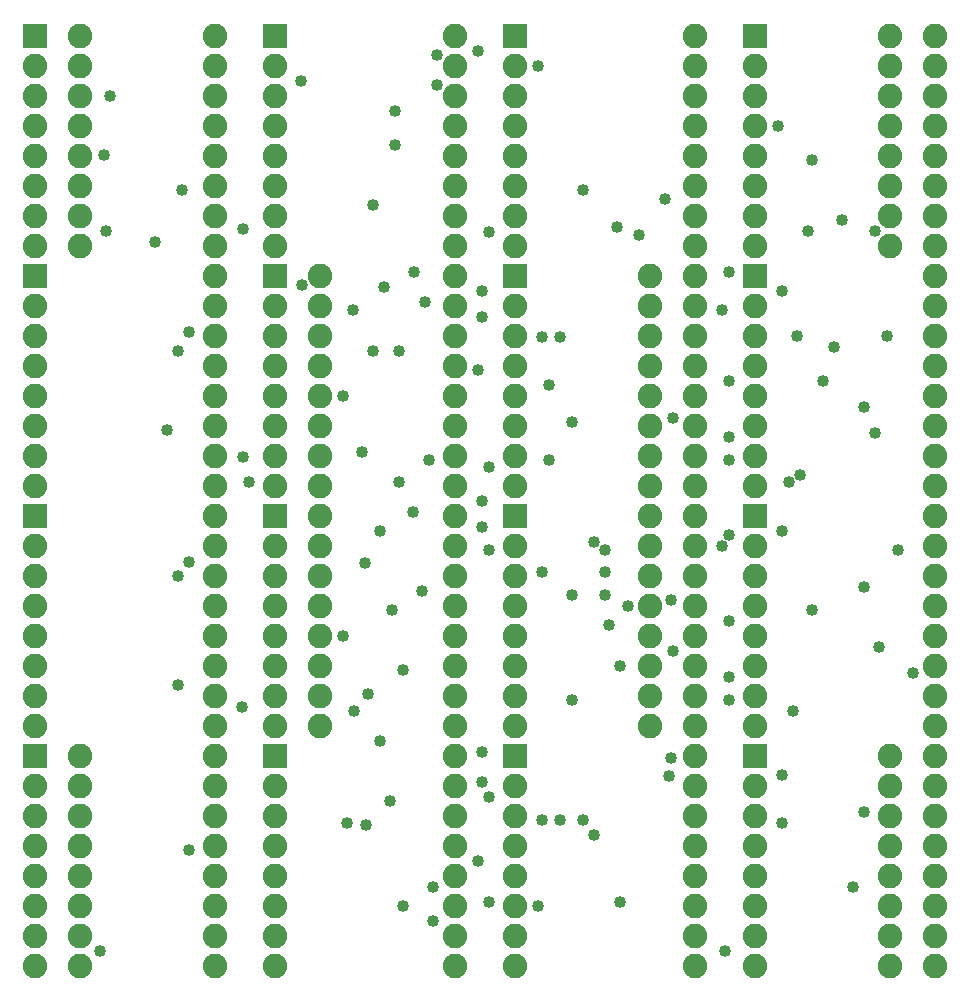
<source format=gbr>
G04 EAGLE Gerber RS-274X export*
G75*
%MOMM*%
%FSLAX34Y34*%
%LPD*%
%INSoldermask Bottom*%
%IPPOS*%
%AMOC8*
5,1,8,0,0,1.08239X$1,22.5*%
G01*
%ADD10R,2.082800X2.082800*%
%ADD11C,2.082800*%
%ADD12C,1.011200*%


D10*
X25400Y800100D03*
D11*
X25400Y774700D03*
X25400Y749300D03*
X25400Y723900D03*
X25400Y698500D03*
X25400Y673100D03*
X25400Y647700D03*
X25400Y622300D03*
X177800Y622300D03*
X177800Y647700D03*
X177800Y673100D03*
X177800Y698500D03*
X177800Y723900D03*
X177800Y749300D03*
X177800Y774700D03*
X177800Y800100D03*
D10*
X228600Y800100D03*
D11*
X228600Y774700D03*
X228600Y749300D03*
X228600Y723900D03*
X228600Y698500D03*
X228600Y673100D03*
X228600Y647700D03*
X228600Y622300D03*
X381000Y622300D03*
X381000Y647700D03*
X381000Y673100D03*
X381000Y698500D03*
X381000Y723900D03*
X381000Y749300D03*
X381000Y774700D03*
X381000Y800100D03*
D10*
X431800Y800100D03*
D11*
X431800Y774700D03*
X431800Y749300D03*
X431800Y723900D03*
X431800Y698500D03*
X431800Y673100D03*
X431800Y647700D03*
X431800Y622300D03*
X584200Y622300D03*
X584200Y647700D03*
X584200Y673100D03*
X584200Y698500D03*
X584200Y723900D03*
X584200Y749300D03*
X584200Y774700D03*
X584200Y800100D03*
D10*
X25400Y596900D03*
D11*
X25400Y571500D03*
X25400Y546100D03*
X25400Y520700D03*
X25400Y495300D03*
X25400Y469900D03*
X25400Y444500D03*
X25400Y419100D03*
X177800Y419100D03*
X177800Y444500D03*
X177800Y469900D03*
X177800Y495300D03*
X177800Y520700D03*
X177800Y546100D03*
X177800Y571500D03*
X177800Y596900D03*
D10*
X228600Y596900D03*
D11*
X228600Y571500D03*
X228600Y546100D03*
X228600Y520700D03*
X228600Y495300D03*
X228600Y469900D03*
X228600Y444500D03*
X228600Y419100D03*
X381000Y419100D03*
X381000Y444500D03*
X381000Y469900D03*
X381000Y495300D03*
X381000Y520700D03*
X381000Y546100D03*
X381000Y571500D03*
X381000Y596900D03*
D10*
X431800Y596900D03*
D11*
X431800Y571500D03*
X431800Y546100D03*
X431800Y520700D03*
X431800Y495300D03*
X431800Y469900D03*
X431800Y444500D03*
X431800Y419100D03*
X584200Y419100D03*
X584200Y444500D03*
X584200Y469900D03*
X584200Y495300D03*
X584200Y520700D03*
X584200Y546100D03*
X584200Y571500D03*
X584200Y596900D03*
D10*
X25400Y393700D03*
D11*
X25400Y368300D03*
X25400Y342900D03*
X25400Y317500D03*
X25400Y292100D03*
X25400Y266700D03*
X25400Y241300D03*
X25400Y215900D03*
X177800Y215900D03*
X177800Y241300D03*
X177800Y266700D03*
X177800Y292100D03*
X177800Y317500D03*
X177800Y342900D03*
X177800Y368300D03*
X177800Y393700D03*
D10*
X228600Y393700D03*
D11*
X228600Y368300D03*
X228600Y342900D03*
X228600Y317500D03*
X228600Y292100D03*
X228600Y266700D03*
X228600Y241300D03*
X228600Y215900D03*
X381000Y215900D03*
X381000Y241300D03*
X381000Y266700D03*
X381000Y292100D03*
X381000Y317500D03*
X381000Y342900D03*
X381000Y368300D03*
X381000Y393700D03*
D10*
X431800Y393700D03*
D11*
X431800Y368300D03*
X431800Y342900D03*
X431800Y317500D03*
X431800Y292100D03*
X431800Y266700D03*
X431800Y241300D03*
X431800Y215900D03*
X584200Y215900D03*
X584200Y241300D03*
X584200Y266700D03*
X584200Y292100D03*
X584200Y317500D03*
X584200Y342900D03*
X584200Y368300D03*
X584200Y393700D03*
X63500Y800100D03*
X63500Y774700D03*
X63500Y749300D03*
X63500Y723900D03*
X63500Y698500D03*
X63500Y673100D03*
X63500Y647700D03*
X63500Y622300D03*
X266700Y596900D03*
X266700Y571500D03*
X266700Y546100D03*
X266700Y520700D03*
X266700Y495300D03*
X266700Y469900D03*
X266700Y444500D03*
X266700Y419100D03*
X266700Y393700D03*
X266700Y368300D03*
X266700Y342900D03*
X266700Y317500D03*
X266700Y292100D03*
X266700Y266700D03*
X266700Y241300D03*
X266700Y215900D03*
X749300Y800100D03*
X749300Y774700D03*
X749300Y749300D03*
X749300Y723900D03*
X749300Y698500D03*
X749300Y673100D03*
X749300Y647700D03*
X749300Y622300D03*
X546100Y596900D03*
X546100Y571500D03*
X546100Y546100D03*
X546100Y520700D03*
X546100Y495300D03*
X546100Y469900D03*
X546100Y444500D03*
X546100Y419100D03*
X546100Y393700D03*
X546100Y368300D03*
X546100Y342900D03*
X546100Y317500D03*
X546100Y292100D03*
X546100Y266700D03*
X546100Y241300D03*
X546100Y215900D03*
D10*
X635000Y800100D03*
D11*
X635000Y774700D03*
X635000Y749300D03*
X635000Y723900D03*
X635000Y698500D03*
X635000Y673100D03*
X635000Y647700D03*
X635000Y622300D03*
X787400Y622300D03*
X787400Y647700D03*
X787400Y673100D03*
X787400Y698500D03*
X787400Y723900D03*
X787400Y749300D03*
X787400Y774700D03*
X787400Y800100D03*
D10*
X635000Y596900D03*
D11*
X635000Y571500D03*
X635000Y546100D03*
X635000Y520700D03*
X635000Y495300D03*
X635000Y469900D03*
X635000Y444500D03*
X635000Y419100D03*
X787400Y419100D03*
X787400Y444500D03*
X787400Y469900D03*
X787400Y495300D03*
X787400Y520700D03*
X787400Y546100D03*
X787400Y571500D03*
X787400Y596900D03*
D10*
X635000Y393700D03*
D11*
X635000Y368300D03*
X635000Y342900D03*
X635000Y317500D03*
X635000Y292100D03*
X635000Y266700D03*
X635000Y241300D03*
X635000Y215900D03*
X787400Y215900D03*
X787400Y241300D03*
X787400Y266700D03*
X787400Y292100D03*
X787400Y317500D03*
X787400Y342900D03*
X787400Y368300D03*
X787400Y393700D03*
X749300Y190500D03*
X749300Y165100D03*
X749300Y139700D03*
X749300Y114300D03*
X749300Y88900D03*
X749300Y63500D03*
X749300Y38100D03*
X749300Y12700D03*
D10*
X25400Y190500D03*
D11*
X25400Y165100D03*
X25400Y139700D03*
X25400Y114300D03*
X25400Y88900D03*
X25400Y63500D03*
X25400Y38100D03*
X25400Y12700D03*
X177800Y12700D03*
X177800Y38100D03*
X177800Y63500D03*
X177800Y88900D03*
X177800Y114300D03*
X177800Y139700D03*
X177800Y165100D03*
X177800Y190500D03*
D10*
X228600Y190500D03*
D11*
X228600Y165100D03*
X228600Y139700D03*
X228600Y114300D03*
X228600Y88900D03*
X228600Y63500D03*
X228600Y38100D03*
X228600Y12700D03*
X381000Y12700D03*
X381000Y38100D03*
X381000Y63500D03*
X381000Y88900D03*
X381000Y114300D03*
X381000Y139700D03*
X381000Y165100D03*
X381000Y190500D03*
D10*
X431800Y190500D03*
D11*
X431800Y165100D03*
X431800Y139700D03*
X431800Y114300D03*
X431800Y88900D03*
X431800Y63500D03*
X431800Y38100D03*
X431800Y12700D03*
X584200Y12700D03*
X584200Y38100D03*
X584200Y63500D03*
X584200Y88900D03*
X584200Y114300D03*
X584200Y139700D03*
X584200Y165100D03*
X584200Y190500D03*
X63500Y190500D03*
X63500Y165100D03*
X63500Y139700D03*
X63500Y114300D03*
X63500Y88900D03*
X63500Y63500D03*
X63500Y38100D03*
X63500Y12700D03*
D10*
X635000Y190500D03*
D11*
X635000Y165100D03*
X635000Y139700D03*
X635000Y114300D03*
X635000Y88900D03*
X635000Y63500D03*
X635000Y38100D03*
X635000Y12700D03*
X787400Y12700D03*
X787400Y38100D03*
X787400Y63500D03*
X787400Y88900D03*
X787400Y114300D03*
X787400Y139700D03*
X787400Y165100D03*
X787400Y190500D03*
D12*
X127000Y625475D03*
X88900Y749300D03*
X85090Y635000D03*
X83820Y699135D03*
X717550Y79375D03*
X409575Y66675D03*
X409575Y155575D03*
X325755Y152400D03*
X305435Y132080D03*
X692150Y508000D03*
X612775Y508000D03*
X612775Y460375D03*
X701675Y536575D03*
X333375Y533400D03*
X330200Y708025D03*
X200025Y231775D03*
X201295Y443865D03*
X201295Y636905D03*
X488950Y669925D03*
X479425Y327025D03*
X352425Y330200D03*
X682625Y695325D03*
X682625Y314325D03*
X612775Y304800D03*
X612775Y257175D03*
X146050Y250825D03*
X136525Y466725D03*
X149225Y669925D03*
X739775Y282575D03*
X565150Y279400D03*
X520700Y66675D03*
X450850Y63500D03*
X361950Y50800D03*
X155575Y354330D03*
X155575Y549275D03*
X708025Y644525D03*
X657225Y133350D03*
X488950Y136525D03*
X450850Y774700D03*
X400050Y787400D03*
X365125Y784225D03*
X736600Y463550D03*
X565150Y476250D03*
X365125Y758825D03*
X250190Y762000D03*
X403225Y584200D03*
X288925Y133350D03*
X327025Y314325D03*
X311150Y533400D03*
X558800Y662305D03*
X311150Y657225D03*
X469900Y544830D03*
X469900Y136525D03*
X146050Y533400D03*
X146050Y342900D03*
X536575Y631825D03*
X358775Y441325D03*
X409575Y634365D03*
X409575Y434975D03*
X527050Y317500D03*
X511175Y301625D03*
X498475Y123825D03*
X400050Y101600D03*
X361950Y79375D03*
X336550Y63500D03*
X336550Y263525D03*
X479425Y473075D03*
X403225Y168275D03*
X409575Y365125D03*
X403225Y561975D03*
X460375Y441325D03*
X460375Y504825D03*
X400050Y517525D03*
X355600Y574675D03*
X346075Y600075D03*
X403225Y193675D03*
X403225Y384175D03*
X403225Y406400D03*
X345440Y396875D03*
X563245Y322580D03*
X454025Y136525D03*
X454025Y346075D03*
X508000Y365125D03*
X508000Y346075D03*
X454025Y544830D03*
X666750Y228600D03*
X673100Y428625D03*
X679450Y635000D03*
X517525Y638175D03*
X520700Y266700D03*
X561975Y173355D03*
X606425Y368300D03*
X606425Y568325D03*
X612775Y600075D03*
X563245Y188595D03*
X657225Y381000D03*
X657225Y174625D03*
X657225Y584200D03*
X206375Y422275D03*
X333375Y422275D03*
X320675Y587375D03*
X663575Y422275D03*
X654050Y723900D03*
X329565Y736600D03*
X301625Y447675D03*
X285750Y495300D03*
X250825Y589280D03*
X612775Y441325D03*
X612775Y377825D03*
X317500Y381000D03*
X294005Y567690D03*
X317500Y203200D03*
X295275Y228600D03*
X285750Y292100D03*
X612775Y238125D03*
X479425Y238125D03*
X307340Y243205D03*
X304165Y353695D03*
X508000Y327025D03*
X498475Y371475D03*
X609600Y25400D03*
X80010Y25400D03*
X155575Y111125D03*
X727075Y142875D03*
X727075Y333375D03*
X746125Y546100D03*
X669925Y546100D03*
X736600Y635000D03*
X727075Y485775D03*
X768350Y260350D03*
X755650Y365125D03*
M02*

</source>
